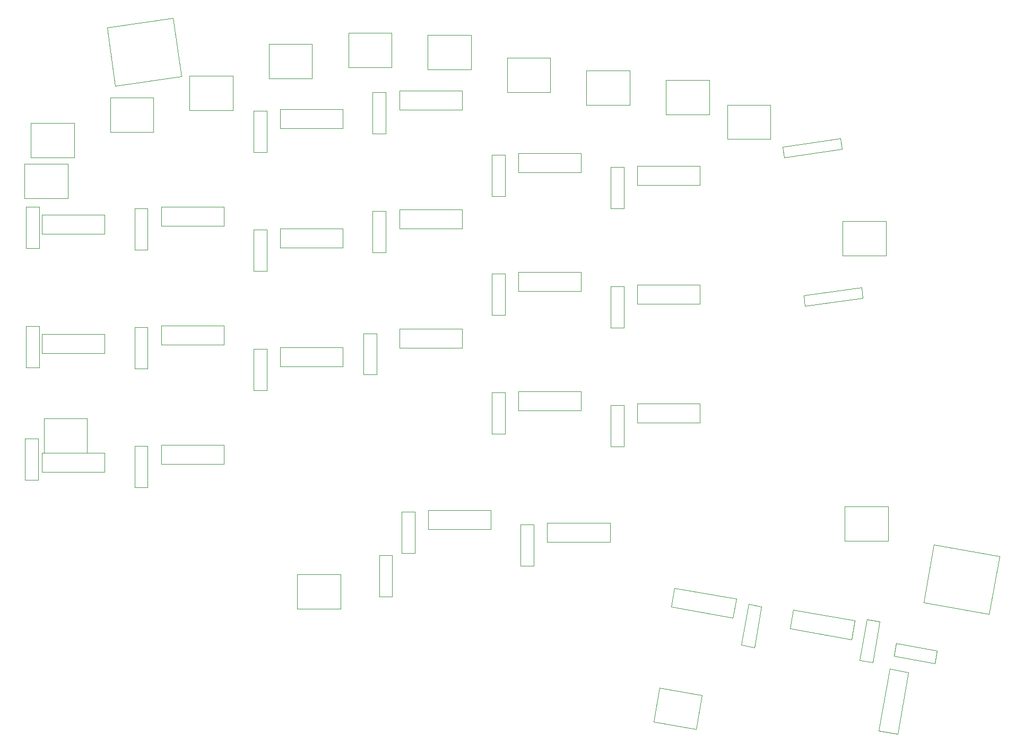
<source format=gbr>
%TF.GenerationSoftware,KiCad,Pcbnew,5.1.9*%
%TF.CreationDate,2021-05-15T18:24:56-05:00*%
%TF.ProjectId,nightwing,6e696768-7477-4696-9e67-2e6b69636164,rev?*%
%TF.SameCoordinates,Original*%
%TF.FileFunction,Other,User*%
%FSLAX46Y46*%
G04 Gerber Fmt 4.6, Leading zero omitted, Abs format (unit mm)*
G04 Created by KiCad (PCBNEW 5.1.9) date 2021-05-15 18:24:56*
%MOMM*%
%LPD*%
G01*
G04 APERTURE LIST*
%ADD10C,0.050000*%
G04 APERTURE END LIST*
D10*
%TO.C,J3*%
X146862869Y-25809964D02*
X137633571Y-27107058D01*
X140737131Y-49190036D02*
X149966429Y-47892942D01*
X149966429Y-47892942D02*
X150203024Y-49576398D01*
X137633571Y-27107058D02*
X137396976Y-25423602D01*
X146626275Y-24126509D02*
X146862869Y-25809964D01*
X137396976Y-25423602D02*
X146626275Y-24126509D01*
X140973725Y-50873491D02*
X140737131Y-49190036D01*
X150203024Y-49576398D02*
X140973725Y-50873491D01*
%TO.C,J1*%
X29604206Y-6360788D02*
X40140658Y-4879987D01*
X30915216Y-15689114D02*
X29604206Y-6360788D01*
X41451668Y-14208312D02*
X40140658Y-4879987D01*
X30915216Y-15689114D02*
X41451668Y-14208312D01*
%TO.C,L39*%
X128548592Y-24218521D02*
X128548592Y-18718521D01*
X135448592Y-24218521D02*
X128548592Y-24218521D01*
X135448592Y-18718521D02*
X135448592Y-24218521D01*
X128548592Y-18718521D02*
X135448592Y-18718521D01*
%TO.C,L38*%
X146980000Y-42810000D02*
X146980000Y-37310000D01*
X153880000Y-42810000D02*
X146980000Y-42810000D01*
X153880000Y-37310000D02*
X153880000Y-42810000D01*
X146980000Y-37310000D02*
X153880000Y-37310000D01*
%TO.C,L37*%
X154210000Y-82850000D02*
X154210000Y-88350000D01*
X147310000Y-82850000D02*
X154210000Y-82850000D01*
X147310000Y-88350000D02*
X147310000Y-82850000D01*
X154210000Y-88350000D02*
X147310000Y-88350000D01*
%TO.C,L36*%
X116779844Y-117232907D02*
X117734909Y-111816464D01*
X123575017Y-118431080D02*
X116779844Y-117232907D01*
X124530082Y-113014637D02*
X123575017Y-118431080D01*
X117734909Y-111816464D02*
X124530082Y-113014637D01*
%TO.C,L35*%
X59924324Y-99217721D02*
X59924324Y-93717721D01*
X66824324Y-99217721D02*
X59924324Y-99217721D01*
X66824324Y-93717721D02*
X66824324Y-99217721D01*
X59924324Y-93717721D02*
X66824324Y-93717721D01*
%TO.C,L34*%
X19518505Y-74280487D02*
X19518505Y-68780487D01*
X26418505Y-74280487D02*
X19518505Y-74280487D01*
X26418505Y-68780487D02*
X26418505Y-74280487D01*
X19518505Y-68780487D02*
X26418505Y-68780487D01*
%TO.C,L33*%
X16424788Y-33687170D02*
X16424788Y-28187170D01*
X23324788Y-33687170D02*
X16424788Y-33687170D01*
X23324788Y-28187170D02*
X23324788Y-33687170D01*
X16424788Y-28187170D02*
X23324788Y-28187170D01*
%TO.C,L32*%
X17435000Y-27108641D02*
X17435000Y-21608641D01*
X24335000Y-27108641D02*
X17435000Y-27108641D01*
X17435000Y-21608641D02*
X24335000Y-21608641D01*
X24335000Y-21608641D02*
X24335000Y-27108641D01*
%TO.C,L31*%
X30105000Y-23108641D02*
X30105000Y-17608641D01*
X37005000Y-23108641D02*
X30105000Y-23108641D01*
X30105000Y-17608641D02*
X37005000Y-17608641D01*
X37005000Y-17608641D02*
X37005000Y-23108641D01*
%TO.C,L30*%
X42775000Y-19608641D02*
X42775000Y-14108641D01*
X49675000Y-19608641D02*
X42775000Y-19608641D01*
X42775000Y-14108641D02*
X49675000Y-14108641D01*
X49675000Y-14108641D02*
X49675000Y-19608641D01*
%TO.C,L29*%
X55435000Y-14508641D02*
X55435000Y-9008641D01*
X62335000Y-14508641D02*
X55435000Y-14508641D01*
X55435000Y-9008641D02*
X62335000Y-9008641D01*
X62335000Y-9008641D02*
X62335000Y-14508641D01*
%TO.C,L28*%
X68105000Y-12780000D02*
X68105000Y-7280000D01*
X75005000Y-12780000D02*
X68105000Y-12780000D01*
X68105000Y-7280000D02*
X75005000Y-7280000D01*
X75005000Y-7280000D02*
X75005000Y-12780000D01*
%TO.C,L27*%
X80775000Y-13120000D02*
X80775000Y-7620000D01*
X87675000Y-13120000D02*
X80775000Y-13120000D01*
X80775000Y-7620000D02*
X87675000Y-7620000D01*
X87675000Y-7620000D02*
X87675000Y-13120000D01*
%TO.C,L26*%
X93435000Y-16750000D02*
X93435000Y-11250000D01*
X100335000Y-16750000D02*
X93435000Y-16750000D01*
X93435000Y-11250000D02*
X100335000Y-11250000D01*
X100335000Y-11250000D02*
X100335000Y-16750000D01*
%TO.C,L25*%
X106105000Y-18750000D02*
X106105000Y-13250000D01*
X113005000Y-18750000D02*
X106105000Y-18750000D01*
X106105000Y-13250000D02*
X113005000Y-13250000D01*
X113005000Y-13250000D02*
X113005000Y-18750000D01*
%TO.C,L24*%
X118775000Y-20250000D02*
X118775000Y-14750000D01*
X125675000Y-20250000D02*
X118775000Y-20250000D01*
X118775000Y-14750000D02*
X125675000Y-14750000D01*
X125675000Y-14750000D02*
X125675000Y-20250000D01*
%TO.C,D1*%
X18775000Y-35041000D02*
X18775000Y-41641000D01*
X18775000Y-41641000D02*
X16675000Y-41641000D01*
X16675000Y-41641000D02*
X16675000Y-35041000D01*
X18775000Y-35041000D02*
X16675000Y-35041000D01*
%TO.C,D2*%
X36075000Y-35241000D02*
X36075000Y-41841000D01*
X36075000Y-41841000D02*
X33975000Y-41841000D01*
X33975000Y-41841000D02*
X33975000Y-35241000D01*
X36075000Y-35241000D02*
X33975000Y-35241000D01*
%TO.C,D3*%
X55075000Y-19691000D02*
X55075000Y-26291000D01*
X55075000Y-26291000D02*
X52975000Y-26291000D01*
X52975000Y-26291000D02*
X52975000Y-19691000D01*
X55075000Y-19691000D02*
X52975000Y-19691000D01*
%TO.C,D4*%
X74075000Y-16691000D02*
X74075000Y-23291000D01*
X74075000Y-23291000D02*
X71975000Y-23291000D01*
X71975000Y-23291000D02*
X71975000Y-16691000D01*
X74075000Y-16691000D02*
X71975000Y-16691000D01*
%TO.C,D5*%
X93075000Y-26691000D02*
X93075000Y-33291000D01*
X93075000Y-33291000D02*
X90975000Y-33291000D01*
X90975000Y-33291000D02*
X90975000Y-26691000D01*
X93075000Y-26691000D02*
X90975000Y-26691000D01*
%TO.C,D6*%
X112075000Y-28691000D02*
X112075000Y-35291000D01*
X112075000Y-35291000D02*
X109975000Y-35291000D01*
X109975000Y-35291000D02*
X109975000Y-28691000D01*
X112075000Y-28691000D02*
X109975000Y-28691000D01*
%TO.C,D7*%
X18775000Y-54041000D02*
X18775000Y-60641000D01*
X18775000Y-60641000D02*
X16675000Y-60641000D01*
X16675000Y-60641000D02*
X16675000Y-54041000D01*
X18775000Y-54041000D02*
X16675000Y-54041000D01*
%TO.C,D8*%
X36075000Y-54241000D02*
X36075000Y-60841000D01*
X36075000Y-60841000D02*
X33975000Y-60841000D01*
X33975000Y-60841000D02*
X33975000Y-54241000D01*
X36075000Y-54241000D02*
X33975000Y-54241000D01*
%TO.C,D9*%
X55075000Y-38691000D02*
X55075000Y-45291000D01*
X55075000Y-45291000D02*
X52975000Y-45291000D01*
X52975000Y-45291000D02*
X52975000Y-38691000D01*
X55075000Y-38691000D02*
X52975000Y-38691000D01*
%TO.C,D10*%
X74075000Y-35691000D02*
X74075000Y-42291000D01*
X74075000Y-42291000D02*
X71975000Y-42291000D01*
X71975000Y-42291000D02*
X71975000Y-35691000D01*
X74075000Y-35691000D02*
X71975000Y-35691000D01*
%TO.C,D11*%
X93075000Y-45691000D02*
X93075000Y-52291000D01*
X93075000Y-52291000D02*
X90975000Y-52291000D01*
X90975000Y-52291000D02*
X90975000Y-45691000D01*
X93075000Y-45691000D02*
X90975000Y-45691000D01*
%TO.C,D12*%
X112075000Y-47691000D02*
X112075000Y-54291000D01*
X112075000Y-54291000D02*
X109975000Y-54291000D01*
X109975000Y-54291000D02*
X109975000Y-47691000D01*
X112075000Y-47691000D02*
X109975000Y-47691000D01*
%TO.C,D13*%
X18581063Y-71980447D02*
X18581063Y-78580447D01*
X18581063Y-78580447D02*
X16481063Y-78580447D01*
X16481063Y-78580447D02*
X16481063Y-71980447D01*
X18581063Y-71980447D02*
X16481063Y-71980447D01*
%TO.C,D14*%
X36075000Y-73241000D02*
X36075000Y-79841000D01*
X36075000Y-79841000D02*
X33975000Y-79841000D01*
X33975000Y-79841000D02*
X33975000Y-73241000D01*
X36075000Y-73241000D02*
X33975000Y-73241000D01*
%TO.C,D15*%
X55075000Y-57691000D02*
X55075000Y-64291000D01*
X55075000Y-64291000D02*
X52975000Y-64291000D01*
X52975000Y-64291000D02*
X52975000Y-57691000D01*
X55075000Y-57691000D02*
X52975000Y-57691000D01*
%TO.C,D16*%
X72580487Y-55210854D02*
X72580487Y-61810854D01*
X72580487Y-61810854D02*
X70480487Y-61810854D01*
X70480487Y-61810854D02*
X70480487Y-55210854D01*
X72580487Y-55210854D02*
X70480487Y-55210854D01*
%TO.C,D17*%
X93075000Y-64691000D02*
X93075000Y-71291000D01*
X93075000Y-71291000D02*
X90975000Y-71291000D01*
X90975000Y-71291000D02*
X90975000Y-64691000D01*
X93075000Y-64691000D02*
X90975000Y-64691000D01*
%TO.C,D18*%
X112075000Y-66691000D02*
X112075000Y-73291000D01*
X112075000Y-73291000D02*
X109975000Y-73291000D01*
X109975000Y-73291000D02*
X109975000Y-66691000D01*
X112075000Y-66691000D02*
X109975000Y-66691000D01*
%TO.C,D19*%
X75111710Y-90636498D02*
X75111710Y-97236498D01*
X75111710Y-97236498D02*
X73011710Y-97236498D01*
X73011710Y-97236498D02*
X73011710Y-90636498D01*
X75111710Y-90636498D02*
X73011710Y-90636498D01*
%TO.C,D20*%
X78687500Y-83700000D02*
X78687500Y-90300000D01*
X78687500Y-90300000D02*
X76587500Y-90300000D01*
X76587500Y-90300000D02*
X76587500Y-83700000D01*
X78687500Y-83700000D02*
X76587500Y-83700000D01*
%TO.C,D21*%
X97687500Y-85700000D02*
X97687500Y-92300000D01*
X97687500Y-92300000D02*
X95587500Y-92300000D01*
X95587500Y-92300000D02*
X95587500Y-85700000D01*
X97687500Y-85700000D02*
X95587500Y-85700000D01*
%TO.C,D22*%
X155552306Y-104699065D02*
X162052037Y-105845143D01*
X162052037Y-105845143D02*
X161687376Y-107913239D01*
X161687376Y-107913239D02*
X155187645Y-106767161D01*
X155552306Y-104699065D02*
X155187645Y-106767161D01*
%TO.C,D23*%
X134030935Y-98832306D02*
X132884857Y-105332037D01*
X132884857Y-105332037D02*
X130816761Y-104967376D01*
X130816761Y-104967376D02*
X131962839Y-98467645D01*
X134030935Y-98832306D02*
X131962839Y-98467645D01*
%TO.C,D24*%
X152910935Y-101242306D02*
X151764857Y-107742037D01*
X151764857Y-107742037D02*
X149696761Y-107377376D01*
X149696761Y-107377376D02*
X150842839Y-100877645D01*
X152910935Y-101242306D02*
X150842839Y-100877645D01*
%TO.C,J2*%
X159875176Y-98202627D02*
X170353530Y-100050243D01*
X161510942Y-88925738D02*
X171989296Y-90773354D01*
X159875176Y-98202627D02*
X161510942Y-88925738D01*
X170353530Y-100050243D02*
X171989296Y-90773354D01*
%TO.C,L1*%
X19225000Y-36317000D02*
X29225000Y-36317000D01*
X29225000Y-36317000D02*
X29225000Y-39365000D01*
X29225000Y-39365000D02*
X19225000Y-39365000D01*
X19225000Y-39365000D02*
X19225000Y-36317000D01*
%TO.C,L2*%
X38225000Y-35017000D02*
X48225000Y-35017000D01*
X48225000Y-35017000D02*
X48225000Y-38065000D01*
X48225000Y-38065000D02*
X38225000Y-38065000D01*
X38225000Y-38065000D02*
X38225000Y-35017000D01*
%TO.C,L3*%
X57225000Y-19467000D02*
X67225000Y-19467000D01*
X67225000Y-19467000D02*
X67225000Y-22515000D01*
X67225000Y-22515000D02*
X57225000Y-22515000D01*
X57225000Y-22515000D02*
X57225000Y-19467000D01*
%TO.C,L4*%
X76225000Y-16467000D02*
X86225000Y-16467000D01*
X86225000Y-16467000D02*
X86225000Y-19515000D01*
X86225000Y-19515000D02*
X76225000Y-19515000D01*
X76225000Y-19515000D02*
X76225000Y-16467000D01*
%TO.C,L5*%
X95225000Y-26467000D02*
X105225000Y-26467000D01*
X105225000Y-26467000D02*
X105225000Y-29515000D01*
X105225000Y-29515000D02*
X95225000Y-29515000D01*
X95225000Y-29515000D02*
X95225000Y-26467000D01*
%TO.C,L6*%
X114225000Y-28467000D02*
X124225000Y-28467000D01*
X124225000Y-28467000D02*
X124225000Y-31515000D01*
X124225000Y-31515000D02*
X114225000Y-31515000D01*
X114225000Y-31515000D02*
X114225000Y-28467000D01*
%TO.C,L7*%
X29225000Y-58365000D02*
X19225000Y-58365000D01*
X19225000Y-58365000D02*
X19225000Y-55317000D01*
X19225000Y-55317000D02*
X29225000Y-55317000D01*
X29225000Y-55317000D02*
X29225000Y-58365000D01*
%TO.C,L8*%
X48225000Y-57065000D02*
X38225000Y-57065000D01*
X38225000Y-57065000D02*
X38225000Y-54017000D01*
X38225000Y-54017000D02*
X48225000Y-54017000D01*
X48225000Y-54017000D02*
X48225000Y-57065000D01*
%TO.C,L9*%
X67225000Y-41515000D02*
X57225000Y-41515000D01*
X57225000Y-41515000D02*
X57225000Y-38467000D01*
X57225000Y-38467000D02*
X67225000Y-38467000D01*
X67225000Y-38467000D02*
X67225000Y-41515000D01*
%TO.C,L10*%
X86225000Y-38515000D02*
X76225000Y-38515000D01*
X76225000Y-38515000D02*
X76225000Y-35467000D01*
X76225000Y-35467000D02*
X86225000Y-35467000D01*
X86225000Y-35467000D02*
X86225000Y-38515000D01*
%TO.C,L11*%
X105225000Y-48515000D02*
X95225000Y-48515000D01*
X95225000Y-48515000D02*
X95225000Y-45467000D01*
X95225000Y-45467000D02*
X105225000Y-45467000D01*
X105225000Y-45467000D02*
X105225000Y-48515000D01*
%TO.C,L12*%
X124225000Y-50515000D02*
X114225000Y-50515000D01*
X114225000Y-50515000D02*
X114225000Y-47467000D01*
X114225000Y-47467000D02*
X124225000Y-47467000D01*
X124225000Y-47467000D02*
X124225000Y-50515000D01*
%TO.C,L13*%
X19225000Y-74317000D02*
X29225000Y-74317000D01*
X29225000Y-74317000D02*
X29225000Y-77365000D01*
X29225000Y-77365000D02*
X19225000Y-77365000D01*
X19225000Y-77365000D02*
X19225000Y-74317000D01*
%TO.C,L14*%
X38225000Y-73017000D02*
X48225000Y-73017000D01*
X48225000Y-73017000D02*
X48225000Y-76065000D01*
X48225000Y-76065000D02*
X38225000Y-76065000D01*
X38225000Y-76065000D02*
X38225000Y-73017000D01*
%TO.C,L15*%
X57225000Y-57467000D02*
X67225000Y-57467000D01*
X67225000Y-57467000D02*
X67225000Y-60515000D01*
X67225000Y-60515000D02*
X57225000Y-60515000D01*
X57225000Y-60515000D02*
X57225000Y-57467000D01*
%TO.C,L16*%
X76225000Y-54467000D02*
X86225000Y-54467000D01*
X86225000Y-54467000D02*
X86225000Y-57515000D01*
X86225000Y-57515000D02*
X76225000Y-57515000D01*
X76225000Y-57515000D02*
X76225000Y-54467000D01*
%TO.C,L17*%
X95225000Y-64467000D02*
X105225000Y-64467000D01*
X105225000Y-64467000D02*
X105225000Y-67515000D01*
X105225000Y-67515000D02*
X95225000Y-67515000D01*
X95225000Y-67515000D02*
X95225000Y-64467000D01*
%TO.C,L18*%
X114225000Y-69515000D02*
X114225000Y-66467000D01*
X124225000Y-69515000D02*
X114225000Y-69515000D01*
X124225000Y-66467000D02*
X124225000Y-69515000D01*
X114225000Y-66467000D02*
X124225000Y-66467000D01*
%TO.C,L19*%
X90837500Y-86524000D02*
X80837500Y-86524000D01*
X80837500Y-86524000D02*
X80837500Y-83476000D01*
X80837500Y-83476000D02*
X90837500Y-83476000D01*
X90837500Y-83476000D02*
X90837500Y-86524000D01*
%TO.C,L20*%
X109837500Y-88524000D02*
X99837500Y-88524000D01*
X99837500Y-88524000D02*
X99837500Y-85476000D01*
X99837500Y-85476000D02*
X109837500Y-85476000D01*
X109837500Y-85476000D02*
X109837500Y-88524000D01*
%TO.C,L21*%
X129467903Y-100614891D02*
X119619825Y-98878409D01*
X119619825Y-98878409D02*
X120149105Y-95876715D01*
X120149105Y-95876715D02*
X129997183Y-97613197D01*
X129997183Y-97613197D02*
X129467903Y-100614891D01*
%TO.C,L22*%
X148409399Y-104069088D02*
X138561321Y-102332606D01*
X138561321Y-102332606D02*
X139090601Y-99330912D01*
X139090601Y-99330912D02*
X148938679Y-101067394D01*
X148938679Y-101067394D02*
X148409399Y-104069088D01*
%TO.C,L23*%
X152720912Y-118639399D02*
X154457394Y-108791321D01*
X154457394Y-108791321D02*
X157459088Y-109320601D01*
X157459088Y-109320601D02*
X155722606Y-119168679D01*
X155722606Y-119168679D02*
X152720912Y-118639399D01*
%TD*%
M02*

</source>
